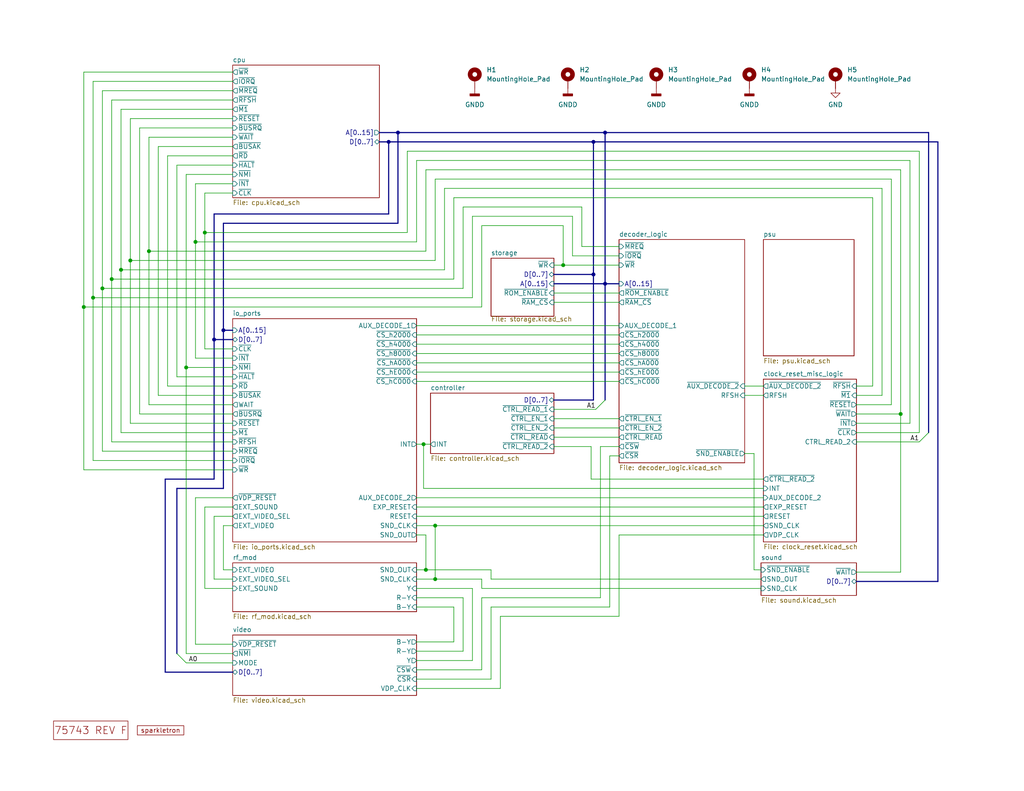
<source format=kicad_sch>
(kicad_sch (version 20230121) (generator eeschema)
  (paper "USLetter")
  (title_block (title "Righteous Tentacle, Colecovision Reverse Engineering Project") (date "2023-06-18") (rev "1.0.0.F") (company "sparkletron") (comment 1 "Jay Convertino") (comment 2 "MIT LICENSE") (comment 3 "PCB: 75743 REV F"))
  (lib_symbols
    (symbol "Mechanical:MountingHole_Pad" (pin_numbers hide) (pin_names (offset 1.016) hide)
      (property "Reference" "H" (at 0 6.35 0))
      (property "Value" "MountingHole_Pad" (at 0 4.445 0))
      (symbol "MountingHole_Pad_0_1"
        (circle (center 0 1.27) (radius 1.27) (stroke (width 1.27)))
      )
      (symbol "MountingHole_Pad_1_1"
        (pin input line (at 0 -2.54 90) (length 2.54) (name "1") (number "1"))
      )
    )
    (symbol "logos:board_rev"
      (symbol "board_rev_0_0"
        (rectangle (start -8.89 1.27) (end 11.43 -3.81))
        (text "75743 REV F" (at 1.27 -1.27 0) (effects (font (size 2 2))))
      )
    )
    (symbol "logos:sparkletron"
      (symbol "sparkletron_0_0"
        (rectangle (start -6.35 1.27) (end 6.35 -1.27))
        (text "sparkletron" (at 0 0 0) (effects (font (size 1.27 1.27))))
      )
    )
    (symbol "power:GND" (power) (pin_names (offset 0))
      (property "Value" "GND" (at 0 -3.81 0))
      (symbol "GND_0_1"
        (polyline (pts (xy 0 0) (xy 0 -1.27) (xy 1.27 -1.27) (xy 0 -2.54) (xy -1.27 -1.27) (xy 0 -1.27)))
      )
      (symbol "GND_1_1"
        (pin power_in line (at 0 0 270) (length 0) hide (name "GND") (number "1"))
      )
    )
    (symbol "power:GNDD" (power) (pin_names (offset 0))
      (property "Value" "GNDD" (at 0 -3.175 0))
      (symbol "GNDD_0_1"
        (rectangle (start -1.27 -1.524) (end 1.27 -2.032) (stroke (width 0.254)) (fill (type outline)))
        (polyline (pts (xy 0 0) (xy 0 -1.524)))
      )
      (symbol "GNDD_1_1"
        (pin power_in line (at 0 0 270) (length 0) hide (name "GNDD") (number "1"))
      )
    )
  )
  (junction (at 115.57 121.285))
  (junction (at 33.02 73.66))
  (junction (at 30.48 76.2))
  (junction (at 108.585 36.195))
  (junction (at 165.1 36.195))
  (junction (at 25.4 81.28))
  (junction (at 165.1 77.47))
  (junction (at 118.745 158.115))
  (junction (at 245.745 113.03))
  (junction (at 35.56 71.12))
  (junction (at 58.42 92.71))
  (junction (at 106.045 38.735))
  (junction (at 60.96 90.17))
  (junction (at 161.925 38.735))
  (junction (at 116.205 155.575))
  (junction (at 27.94 78.74))
  (junction (at 22.86 83.82))
  (junction (at 50.8 100.33))
  (junction (at 153.67 72.39))
  (junction (at 40.64 68.58))
  (junction (at 55.88 63.5))
  (junction (at 53.34 66.04))
  (junction (at 161.925 74.93))
  (junction (at 118.745 143.51))
  (bus_entry (at 165.1 109.22) (size -2.54 2.54))
  (bus_entry (at 253.365 118.11) (size -2.54 2.54))
  (bus_entry (at 48.26 178.435) (size 2.54 2.54))
  (wire (pts (xy 63.5 110.49) (xy 40.64 110.49)))
  (wire (pts (xy 22.86 83.82) (xy 131.445 83.82)))
  (wire (pts (xy 113.665 146.05) (xy 116.205 146.05)))
  (bus (pts (xy 108.585 36.195) (xy 165.1 36.195)))
  (wire (pts (xy 30.48 76.2) (xy 30.48 27.305)))
  (wire (pts (xy 53.34 97.79) (xy 63.5 97.79)))
  (wire (pts (xy 113.665 88.9) (xy 168.91 88.9)))
  (wire (pts (xy 207.645 160.655) (xy 131.445 160.655)))
  (wire (pts (xy 40.64 68.58) (xy 116.205 68.58)))
  (wire (pts (xy 22.86 19.685) (xy 22.86 83.82)))
  (wire (pts (xy 113.665 96.52) (xy 168.91 96.52)))
  (wire (pts (xy 250.825 118.11) (xy 250.825 41.275)))
  (wire (pts (xy 55.88 63.5) (xy 111.125 63.5)))
  (wire (pts (xy 40.64 37.465) (xy 63.5 37.465)))
  (wire (pts (xy 131.445 160.655) (xy 131.445 158.115)))
  (bus (pts (xy 253.365 36.195) (xy 253.365 118.11)))
  (wire (pts (xy 48.26 45.085) (xy 63.5 45.085)))
  (wire (pts (xy 35.56 71.12) (xy 118.745 71.12)))
  (wire (pts (xy 123.825 175.26) (xy 113.665 175.26)))
  (wire (pts (xy 151.13 116.84) (xy 168.91 116.84)))
  (bus (pts (xy 60.96 90.17) (xy 60.96 60.96)))
  (wire (pts (xy 40.64 68.58) (xy 40.64 110.49)))
  (wire (pts (xy 33.02 29.845) (xy 33.02 73.66)))
  (wire (pts (xy 121.285 73.66) (xy 121.285 51.435)))
  (wire (pts (xy 126.365 163.195) (xy 126.365 177.8)))
  (wire (pts (xy 113.665 160.655) (xy 128.905 160.655)))
  (wire (pts (xy 151.13 119.38) (xy 168.91 119.38)))
  (wire (pts (xy 158.75 56.515) (xy 158.75 67.31)))
  (wire (pts (xy 63.5 32.385) (xy 35.56 32.385)))
  (wire (pts (xy 55.88 52.705) (xy 63.5 52.705)))
  (wire (pts (xy 33.02 73.66) (xy 33.02 118.11)))
  (wire (pts (xy 113.665 140.97) (xy 208.28 140.97)))
  (wire (pts (xy 113.665 99.06) (xy 168.91 99.06)))
  (wire (pts (xy 63.5 105.41) (xy 45.72 105.41)))
  (wire (pts (xy 133.985 158.115) (xy 133.985 155.575)))
  (wire (pts (xy 238.125 105.41) (xy 238.125 53.975)))
  (wire (pts (xy 48.26 45.085) (xy 48.26 102.87)))
  (wire (pts (xy 123.825 76.2) (xy 123.825 53.975)))
  (wire (pts (xy 27.94 24.765) (xy 27.94 78.74)))
  (wire (pts (xy 55.88 52.705) (xy 55.88 63.5)))
  (bus (pts (xy 103.505 36.195) (xy 108.585 36.195)))
  (wire (pts (xy 63.5 160.655) (xy 55.88 160.655)))
  (wire (pts (xy 156.21 69.85) (xy 156.21 59.055)))
  (wire (pts (xy 27.94 78.74) (xy 27.94 123.19)))
  (wire (pts (xy 113.665 91.44) (xy 168.91 91.44)))
  (wire (pts (xy 63.5 120.65) (xy 30.48 120.65)))
  (wire (pts (xy 63.5 125.73) (xy 25.4 125.73)))
  (wire (pts (xy 55.88 95.25) (xy 63.5 95.25)))
  (bus (pts (xy 60.96 60.96) (xy 108.585 60.96)))
  (wire (pts (xy 113.665 158.115) (xy 118.745 158.115)))
  (bus (pts (xy 161.925 109.22) (xy 151.13 109.22)))
  (wire (pts (xy 60.96 155.575) (xy 63.5 155.575)))
  (wire (pts (xy 33.02 118.11) (xy 63.5 118.11)))
  (bus (pts (xy 58.42 58.42) (xy 58.42 92.71)))
  (wire (pts (xy 168.91 67.31) (xy 158.75 67.31)))
  (wire (pts (xy 126.365 56.515) (xy 158.75 56.515)))
  (wire (pts (xy 63.5 143.51) (xy 60.96 143.51)))
  (wire (pts (xy 131.445 83.82) (xy 131.445 61.595)))
  (wire (pts (xy 233.68 156.21) (xy 245.745 156.21)))
  (wire (pts (xy 133.985 155.575) (xy 116.205 155.575)))
  (wire (pts (xy 63.5 135.89) (xy 53.34 135.89)))
  (wire (pts (xy 151.13 111.76) (xy 162.56 111.76)))
  (wire (pts (xy 111.125 41.275) (xy 250.825 41.275)))
  (wire (pts (xy 131.445 158.115) (xy 118.745 158.115)))
  (wire (pts (xy 50.8 47.625) (xy 63.5 47.625)))
  (wire (pts (xy 63.5 19.685) (xy 22.86 19.685)))
  (wire (pts (xy 151.13 82.55) (xy 168.91 82.55)))
  (wire (pts (xy 63.5 107.95) (xy 43.18 107.95)))
  (bus (pts (xy 233.68 158.75) (xy 255.905 158.75)))
  (wire (pts (xy 113.665 66.04) (xy 113.665 43.815)))
  (bus (pts (xy 161.925 38.735) (xy 255.905 38.735)))
  (wire (pts (xy 63.5 140.97) (xy 58.42 140.97)))
  (wire (pts (xy 50.8 47.625) (xy 50.8 100.33)))
  (wire (pts (xy 115.57 133.35) (xy 208.28 133.35)))
  (wire (pts (xy 58.42 140.97) (xy 58.42 158.115)))
  (wire (pts (xy 166.37 124.46) (xy 168.91 124.46)))
  (bus (pts (xy 103.505 38.735) (xy 106.045 38.735)))
  (wire (pts (xy 233.68 105.41) (xy 238.125 105.41)))
  (wire (pts (xy 118.745 48.895) (xy 243.205 48.895)))
  (wire (pts (xy 55.88 63.5) (xy 55.88 95.25)))
  (wire (pts (xy 163.83 163.195) (xy 163.83 121.92)))
  (wire (pts (xy 55.88 138.43) (xy 55.88 160.655)))
  (wire (pts (xy 25.4 81.28) (xy 25.4 22.225)))
  (wire (pts (xy 166.37 124.46) (xy 166.37 165.735)))
  (wire (pts (xy 53.34 135.89) (xy 53.34 175.895)))
  (wire (pts (xy 116.205 46.355) (xy 245.745 46.355)))
  (bus (pts (xy 165.1 36.195) (xy 165.1 77.47)))
  (bus (pts (xy 45.085 130.81) (xy 45.085 183.515)))
  (wire (pts (xy 240.665 51.435) (xy 240.665 107.95)))
  (wire (pts (xy 133.985 165.735) (xy 133.985 185.42)))
  (wire (pts (xy 245.745 46.355) (xy 245.745 113.03)))
  (bus (pts (xy 165.1 77.47) (xy 168.91 77.47)))
  (wire (pts (xy 161.29 130.81) (xy 208.28 130.81)))
  (bus (pts (xy 45.085 183.515) (xy 63.5 183.515)))
  (wire (pts (xy 233.68 110.49) (xy 243.205 110.49)))
  (wire (pts (xy 115.57 121.285) (xy 117.475 121.285)))
  (wire (pts (xy 245.745 113.03) (xy 245.745 156.21)))
  (bus (pts (xy 108.585 36.195) (xy 108.585 60.96)))
  (wire (pts (xy 151.13 114.3) (xy 168.91 114.3)))
  (bus (pts (xy 106.045 58.42) (xy 58.42 58.42)))
  (wire (pts (xy 113.665 135.89) (xy 208.28 135.89)))
  (wire (pts (xy 121.285 51.435) (xy 240.665 51.435)))
  (wire (pts (xy 111.125 63.5) (xy 111.125 41.275)))
  (wire (pts (xy 60.96 143.51) (xy 60.96 155.575)))
  (wire (pts (xy 113.665 163.195) (xy 126.365 163.195)))
  (wire (pts (xy 131.445 182.88) (xy 131.445 163.195)))
  (wire (pts (xy 58.42 158.115) (xy 63.5 158.115)))
  (bus (pts (xy 165.1 77.47) (xy 165.1 109.22)))
  (wire (pts (xy 136.525 168.275) (xy 168.91 168.275)))
  (wire (pts (xy 208.28 146.05) (xy 168.91 146.05)))
  (bus (pts (xy 48.26 178.435) (xy 48.26 133.35)))
  (wire (pts (xy 53.34 66.04) (xy 113.665 66.04)))
  (bus (pts (xy 60.96 90.17) (xy 63.5 90.17)))
  (wire (pts (xy 50.8 178.435) (xy 63.5 178.435)))
  (wire (pts (xy 133.985 185.42) (xy 113.665 185.42)))
  (wire (pts (xy 233.68 107.95) (xy 240.665 107.95)))
  (wire (pts (xy 113.665 101.6) (xy 168.91 101.6)))
  (wire (pts (xy 25.4 81.28) (xy 128.905 81.28)))
  (wire (pts (xy 113.665 93.98) (xy 168.91 93.98)))
  (wire (pts (xy 53.34 175.895) (xy 63.5 175.895)))
  (wire (pts (xy 30.48 76.2) (xy 30.48 120.65)))
  (wire (pts (xy 40.64 68.58) (xy 40.64 37.465)))
  (wire (pts (xy 233.68 118.11) (xy 250.825 118.11)))
  (wire (pts (xy 156.21 69.85) (xy 168.91 69.85)))
  (wire (pts (xy 153.67 72.39) (xy 168.91 72.39)))
  (wire (pts (xy 166.37 165.735) (xy 133.985 165.735)))
  (wire (pts (xy 115.57 121.285) (xy 115.57 133.35)))
  (wire (pts (xy 136.525 187.96) (xy 136.525 168.275)))
  (bus (pts (xy 60.96 90.17) (xy 60.96 133.35)))
  (wire (pts (xy 128.905 59.055) (xy 128.905 81.28)))
  (wire (pts (xy 118.745 143.51) (xy 208.28 143.51)))
  (wire (pts (xy 113.665 43.815) (xy 248.285 43.815)))
  (wire (pts (xy 116.205 68.58) (xy 116.205 46.355)))
  (wire (pts (xy 243.205 110.49) (xy 243.205 48.895)))
  (wire (pts (xy 168.91 168.275) (xy 168.91 146.05)))
  (wire (pts (xy 30.48 27.305) (xy 63.5 27.305)))
  (wire (pts (xy 43.18 107.95) (xy 43.18 40.005)))
  (wire (pts (xy 118.745 71.12) (xy 118.745 48.895)))
  (wire (pts (xy 233.68 113.03) (xy 245.745 113.03)))
  (wire (pts (xy 113.665 121.285) (xy 115.57 121.285)))
  (wire (pts (xy 25.4 22.225) (xy 63.5 22.225)))
  (wire (pts (xy 53.34 50.165) (xy 63.5 50.165)))
  (wire (pts (xy 113.665 104.14) (xy 168.91 104.14)))
  (wire (pts (xy 233.68 120.65) (xy 250.825 120.65)))
  (bus (pts (xy 45.085 130.81) (xy 58.42 130.81)))
  (wire (pts (xy 118.745 143.51) (xy 118.745 158.115)))
  (wire (pts (xy 207.645 158.115) (xy 133.985 158.115)))
  (wire (pts (xy 25.4 125.73) (xy 25.4 81.28)))
  (wire (pts (xy 151.13 72.39) (xy 153.67 72.39)))
  (wire (pts (xy 30.48 76.2) (xy 123.825 76.2)))
  (wire (pts (xy 113.665 138.43) (xy 208.28 138.43)))
  (wire (pts (xy 48.26 102.87) (xy 63.5 102.87)))
  (wire (pts (xy 53.34 66.04) (xy 53.34 97.79)))
  (wire (pts (xy 38.1 113.03) (xy 38.1 34.925)))
  (wire (pts (xy 123.825 53.975) (xy 238.125 53.975)))
  (wire (pts (xy 33.02 73.66) (xy 121.285 73.66)))
  (wire (pts (xy 168.91 121.92) (xy 163.83 121.92)))
  (bus (pts (xy 106.045 38.735) (xy 106.045 58.42)))
  (wire (pts (xy 116.205 146.05) (xy 116.205 155.575)))
  (wire (pts (xy 113.665 165.735) (xy 123.825 165.735)))
  (wire (pts (xy 205.74 155.575) (xy 207.645 155.575)))
  (wire (pts (xy 113.665 177.8) (xy 126.365 177.8)))
  (wire (pts (xy 126.365 78.74) (xy 126.365 56.515)))
  (wire (pts (xy 63.5 113.03) (xy 38.1 113.03)))
  (wire (pts (xy 50.8 180.975) (xy 63.5 180.975)))
  (wire (pts (xy 50.8 100.33) (xy 50.8 178.435)))
  (bus (pts (xy 161.925 38.735) (xy 161.925 74.93)))
  (wire (pts (xy 45.72 42.545) (xy 63.5 42.545)))
  (wire (pts (xy 153.67 61.595) (xy 153.67 72.39)))
  (bus (pts (xy 48.26 133.35) (xy 60.96 133.35)))
  (wire (pts (xy 128.905 160.655) (xy 128.905 180.34)))
  (wire (pts (xy 203.2 105.41) (xy 208.28 105.41)))
  (wire (pts (xy 151.13 80.01) (xy 168.91 80.01)))
  (wire (pts (xy 63.5 24.765) (xy 27.94 24.765)))
  (wire (pts (xy 113.665 187.96) (xy 136.525 187.96)))
  (wire (pts (xy 45.72 105.41) (xy 45.72 42.545)))
  (wire (pts (xy 248.285 115.57) (xy 248.285 43.815)))
  (wire (pts (xy 50.8 100.33) (xy 63.5 100.33)))
  (wire (pts (xy 233.68 115.57) (xy 248.285 115.57)))
  (wire (pts (xy 22.86 83.82) (xy 22.86 128.27)))
  (wire (pts (xy 38.1 34.925) (xy 63.5 34.925)))
  (wire (pts (xy 35.56 32.385) (xy 35.56 71.12)))
  (wire (pts (xy 63.5 115.57) (xy 35.56 115.57)))
  (wire (pts (xy 53.34 50.165) (xy 53.34 66.04)))
  (bus (pts (xy 165.1 36.195) (xy 253.365 36.195)))
  (wire (pts (xy 27.94 78.74) (xy 126.365 78.74)))
  (wire (pts (xy 203.2 123.825) (xy 205.74 123.825)))
  (bus (pts (xy 58.42 92.71) (xy 63.5 92.71)))
  (wire (pts (xy 113.665 143.51) (xy 118.745 143.51)))
  (wire (pts (xy 63.5 29.845) (xy 33.02 29.845)))
  (wire (pts (xy 35.56 71.12) (xy 35.56 115.57)))
  (wire (pts (xy 161.29 121.92) (xy 151.13 121.92)))
  (wire (pts (xy 161.29 130.81) (xy 161.29 121.92)))
  (wire (pts (xy 205.74 123.825) (xy 205.74 155.575)))
  (wire (pts (xy 131.445 61.595) (xy 153.67 61.595)))
  (wire (pts (xy 156.21 59.055) (xy 128.905 59.055)))
  (wire (pts (xy 43.18 40.005) (xy 63.5 40.005)))
  (wire (pts (xy 113.665 155.575) (xy 116.205 155.575)))
  (wire (pts (xy 131.445 163.195) (xy 163.83 163.195)))
  (bus (pts (xy 151.13 77.47) (xy 165.1 77.47)))
  (wire (pts (xy 63.5 138.43) (xy 55.88 138.43)))
  (bus (pts (xy 161.925 74.93) (xy 161.925 109.22)))
  (bus (pts (xy 58.42 92.71) (xy 58.42 130.81)))
  (bus (pts (xy 151.13 74.93) (xy 161.925 74.93)))
  (wire (pts (xy 22.86 128.27) (xy 63.5 128.27)))
  (wire (pts (xy 113.665 180.34) (xy 128.905 180.34)))
  (bus (pts (xy 255.905 38.735) (xy 255.905 158.75)))
  (wire (pts (xy 113.665 182.88) (xy 131.445 182.88)))
  (wire (pts (xy 27.94 123.19) (xy 63.5 123.19)))
  (wire (pts (xy 203.2 107.95) (xy 208.28 107.95)))
  (bus (pts (xy 106.045 38.735) (xy 161.925 38.735)))
  (wire (pts (xy 123.825 165.735) (xy 123.825 175.26)))
  (label "A0" (at 51.435 180.975 0))
  (label "A1" (at 162.56 111.76 180))
  (label "A1" (at 250.825 120.65 180))
  (symbol (lib_id "power:GND") (at 227.965 24.13 0) (unit 1)
    (property "Reference" "#PWR05" (effects hide))
    (property "Value" "GND" (at 227.965 28.575 0))
  )
  (symbol (lib_id "Mechanical:MountingHole_Pad") (at 227.965 21.59 0) (unit 1)
    (property "Reference" "H5" (at 231.14 19.0499 0) (effects (justify left)))
    (property "Value" "MountingHole_Pad" (at 231.14 21.5899 0) (effects (justify left)))
    (property "Footprint" "mount_points:MountingHole_7mm_M7" (effects hide))
  )
  (symbol (lib_id "power:GNDD") (at 204.47 24.13 0) (unit 1)
    (property "Reference" "#PWR04" (effects hide))
    (property "Value" "GNDD" (at 204.47 28.575 0))
  )
  (symbol (lib_id "Mechanical:MountingHole_Pad") (at 154.94 21.59 0) (unit 1)
    (property "Reference" "H2" (at 158.115 19.0499 0) (effects (justify left)))
    (property "Value" "MountingHole_Pad" (at 158.115 21.5899 0) (effects (justify left)))
    (property "Footprint" "mount_points:MountingHole_7mm_M7" (effects hide))
  )
  (symbol (lib_id "power:GNDD") (at 179.07 24.13 0) (unit 1)
    (property "Reference" "#PWR03" (effects hide))
    (property "Value" "GNDD" (at 179.07 28.575 0))
  )
  (symbol (lib_id "power:GNDD") (at 154.94 24.13 0) (unit 1)
    (property "Reference" "#PWR02" (effects hide))
    (property "Value" "GNDD" (at 154.94 28.575 0))
  )
  (symbol (lib_id "Mechanical:MountingHole_Pad") (at 204.47 21.59 0) (unit 1)
    (property "Reference" "H4" (at 207.645 19.0499 0) (effects (justify left)))
    (property "Value" "MountingHole_Pad" (at 207.645 21.5899 0) (effects (justify left)))
    (property "Footprint" "mount_points:MountingHole_7mm_M7" (effects hide))
  )
  (symbol (lib_id "Mechanical:MountingHole_Pad") (at 129.54 21.59 0) (unit 1)
    (property "Reference" "H1" (at 132.715 19.0499 0) (effects (justify left)))
    (property "Value" "MountingHole_Pad" (at 132.715 21.5899 0) (effects (justify left)))
    (property "Footprint" "mount_points:MountingHole_7mm_M7" (effects hide))
  )
  (symbol (lib_id "Mechanical:MountingHole_Pad") (at 179.07 21.59 0) (unit 1)
    (property "Reference" "H3" (at 182.245 19.0499 0) (effects (justify left)))
    (property "Value" "MountingHole_Pad" (at 182.245 21.5899 0) (effects (justify left)))
    (property "Footprint" "mount_points:MountingHole_7mm_M7" (effects hide))
  )
  (symbol (lib_id "power:GNDD") (at 129.54 24.13 0) (unit 1)
    (property "Reference" "#PWR01" (effects hide))
    (property "Value" "GNDD" (at 129.54 28.575 0))
  )
  (symbol (lib_id "logos:sparkletron") (at 43.815 199.39 0) (unit 1)
    (property "Reference" "S4" (effects hide))
    (property "Value" "sparkletron" (effects hide))
    (property "Footprint" "logos:sparkletron" (effects hide))
  )
  (symbol (lib_id "logos:board_rev") (at 23.495 198.12 0) (unit 1)
    (property "Reference" "S3" (effects hide))
    (property "Value" "board_rev" (effects hide))
    (property "Footprint" "logos:board_revision" (effects hide))
  )
  (sheet (at 63.5 17.78) (size 40.005 36.195)
    (property "Sheetname" "cpu" (at 63.5 17.0684 0) (effects (justify left bottom)))
    (property "Sheetfile" "cpu.kicad_sch" (at 63.5 54.5596 0) (effects (justify left top)))
    (pin "D[0..7]" bidirectional (at 103.505 38.735 0))
    (pin "A[0..15]" output (at 103.505 36.195 0))
    (pin "~{CLK}" input (at 63.5 52.705 180))
    (pin "~{INT}" input (at 63.5 50.165 180))
    (pin "~{NMI}" input (at 63.5 47.625 180))
    (pin "~{HALT}" input (at 63.5 45.085 180))
    (pin "~{MREQ}" output (at 63.5 24.765 180))
    (pin "~{IORQ}" output (at 63.5 22.225 180))
    (pin "~{RD}" output (at 63.5 42.545 180))
    (pin "~{WR}" output (at 63.5 19.685 180))
    (pin "~{BUSAK}" output (at 63.5 40.005 180))
    (pin "~{WAIT}" input (at 63.5 37.465 180))
    (pin "~{BUSRQ}" input (at 63.5 34.925 180))
    (pin "~{RESET}" input (at 63.5 32.385 180))
    (pin "~{M1}" output (at 63.5 29.845 180))
    (pin "~{RFSH}" output (at 63.5 27.305 180))
  )
  (sheet (at 207.645 153.67) (size 26.035 8.89)
    (property "Sheetname" "sound" (at 207.645 152.9584 0) (effects (justify left bottom)))
    (property "Sheetfile" "sound.kicad_sch" (at 207.645 163.1446 0) (effects (justify left top)))
    (pin "D[0..7]" bidirectional (at 233.68 158.75 0))
    (pin "~{WAIT}" output (at 233.68 156.21 0))
    (pin "~{SND_ENABLE}" input (at 207.645 155.575 180))
    (pin "SND_OUT" output (at 207.645 158.115 180))
    (pin "SND_CLK" input (at 207.645 160.655 180))
  )
  (sheet (at 63.5 173.355) (size 50.165 16.51)
    (property "Sheetname" "video" (at 63.5 172.6434 0) (effects (justify left bottom)))
    (property "Sheetfile" "video.kicad_sch" (at 63.5 190.4496 0) (effects (justify left top)))
    (pin "D[0..7]" bidirectional (at 63.5 183.515 180))
    (pin "~{NMI}" output (at 63.5 178.435 180))
    (pin "~{CSR}" input (at 113.665 185.42 0))
    (pin "~{CSW}" input (at 113.665 182.88 0))
    (pin "~{VDP_RESET}" input (at 63.5 175.895 180))
    (pin "VDP_CLK" input (at 113.665 187.96 0))
    (pin "B-Y" output (at 113.665 175.26 0))
    (pin "R-Y" output (at 113.665 177.8 0))
    (pin "Y" output (at 113.665 180.34 0))
    (pin "MODE" input (at 63.5 180.975 180))
  )
  (sheet (at 208.28 65.405) (size 24.765 31.75)
    (property "Sheetname" "psu" (at 208.28 64.6934 0) (effects (justify left bottom)))
    (property "Sheetfile" "psu.kicad_sch" (at 208.28 97.79 0) (effects (justify left top)))
  )
  (sheet (at 133.985 70.485) (size 17.145 15.875)
    (property "Sheetname" "storage" (at 133.985 69.7734 0) (effects (justify left bottom)))
    (property "Sheetfile" "storage.kicad_sch" (at 133.985 86.36 0) (effects (justify left top)))
    (pin "D[0..7]" bidirectional (at 151.13 74.93 0))
    (pin "A[0..15]" input (at 151.13 77.47 0))
    (pin "~{WR}" input (at 151.13 72.39 0))
    (pin "~{ROM_ENABLE}" input (at 151.13 80.01 0))
    (pin "~{RAM_CS}" input (at 151.13 82.55 0))
  )
  (sheet (at 208.28 103.505) (size 25.4 44.45)
    (property "Sheetname" "clock_reset_misc_logic" (at 208.28 102.7934 0) (effects (justify left bottom)))
    (property "Sheetfile" "clock_reset.kicad_sch" (at 208.28 148.5396 0) (effects (justify left top)))
    (pin "~{CLK}" output (at 233.68 118.11 0))
    (pin "~{INT}" output (at 233.68 115.57 0))
    (pin "~{WAIT}" output (at 233.68 113.03 0))
    (pin "~{RESET}" output (at 233.68 110.49 0))
    (pin "~{M1}" input (at 233.68 107.95 0))
    (pin "~{RFSH}" input (at 233.68 105.41 0))
    (pin "RFSH" output (at 208.28 107.95 180))
    (pin "VDP_CLK" output (at 208.28 146.05 180))
    (pin "SND_CLK" output (at 208.28 143.51 180))
    (pin "INT" input (at 208.28 133.35 180))
    (pin "RESET" output (at 208.28 140.97 180))
    (pin "EXP_RESET" output (at 208.28 138.43 180))
    (pin "AUX_DECODE_2" input (at 208.28 135.89 180))
    (pin "~{AUX_DECODE_2}" output (at 208.28 105.41 180))
    (pin "~{CTRL_READ_2}" output (at 208.28 130.81 180))
    (pin "CTRL_READ_2" input (at 233.68 120.65 0))
  )
  (sheet (at 117.475 107.315) (size 33.655 16.51) (stroke (width 0.1524))
    (property "Sheetname" "controller" (at 117.475 106.6034 0) (effects (justify left bottom)))
    (property "Sheetfile" "controller.kicad_sch" (at 117.475 124.4096 0) (effects (justify left top)))
    (pin "D[0..7]" bidirectional (at 151.13 109.22 0))
    (pin "INT" output (at 117.475 121.285 180))
    (pin "~{CTRL_EN_2}" input (at 151.13 116.84 0))
    (pin "~{CTRL_EN_1}" input (at 151.13 114.3 0))
    (pin "~{CTRL_READ}" input (at 151.13 119.38 0))
    (pin "~{CTRL_READ_1}" input (at 151.13 111.76 0))
    (pin "~{CTRL_READ_2}" input (at 151.13 121.92 0))
  )
  (sheet (at 168.91 65.405) (size 34.29 60.96) (stroke (width 0.1524))
    (property "Sheetname" "decoder_logic" (at 168.91 64.6934 0) (effects (justify left bottom)))
    (property "Sheetfile" "decoder_logic.kicad_sch" (at 168.91 126.9496 0) (effects (justify left top)))
    (pin "A[0..15]" input (at 168.91 77.47 180))
    (pin "~{MREQ}" input (at 168.91 67.31 180))
    (pin "~{IORQ}" input (at 168.91 69.85 180))
    (pin "~{WR}" input (at 168.91 72.39 180))
    (pin "RFSH" input (at 203.2 107.95 0))
    (pin "~{SND_ENABLE}" output (at 203.2 123.825 0))
    (pin "~{CSR}" output (at 168.91 124.46 180))
    (pin "~{CSW}" output (at 168.91 121.92 180))
    (pin "~{ROM_ENABLE}" output (at 168.91 80.01 180))
    (pin "~{RAM_CS}" output (at 168.91 82.55 180))
    (pin "~{CS_h8000}" output (at 168.91 96.52 180))
    (pin "~{CS_hA000}" output (at 168.91 99.06 180))
    (pin "~{CS_hC000}" output (at 168.91 104.14 180))
    (pin "~{CS_hE000}" output (at 168.91 101.6 180))
    (pin "~{CS_h4000}" output (at 168.91 93.98 180))
    (pin "~{CS_h2000}" output (at 168.91 91.44 180))
    (pin "AUX_DECODE_1" input (at 168.91 88.9 180))
    (pin "~{AUX_DECODE_2}" input (at 203.2 105.41 0))
    (pin "~{CTRL_EN_2}" output (at 168.91 116.84 180))
    (pin "~{CTRL_EN_1}" output (at 168.91 114.3 180))
    (pin "~{CTRL_READ}" output (at 168.91 119.38 180))
  )
  (sheet (at 63.5 153.67) (size 50.165 13.335) (stroke (width 0.1524))
    (property "Sheetname" "rf_mod" (at 63.5 152.9584 0) (effects (justify left bottom)))
    (property "Sheetfile" "rf_mod.kicad_sch" (at 63.5 167.5896 0) (effects (justify left top)))
    (pin "SND_OUT" input (at 113.665 155.575 0))
    (pin "SND_CLK" input (at 113.665 158.115 0))
    (pin "Y" input (at 113.665 160.655 0))
    (pin "B-Y" input (at 113.665 165.735 0))
    (pin "R-Y" input (at 113.665 163.195 0))
    (pin "EXT_VIDEO" input (at 63.5 155.575 180))
    (pin "EXT_SOUND" input (at 63.5 160.655 180))
    (pin "EXT_VIDEO_SEL" input (at 63.5 158.115 180))
  )
  (sheet (at 63.5 86.995) (size 50.165 60.96) (stroke (width 0.1524))
    (property "Sheetname" "io_ports" (at 63.5 86.2834 0) (effects (justify left bottom)))
    (property "Sheetfile" "io_ports.kicad_sch" (at 63.5 148.59 0) (effects (justify left top)))
    (pin "~{CLK}" input (at 63.5 95.25 180))
    (pin "D[0..7]" bidirectional (at 63.5 92.71 180))
    (pin "A[0..15]" input (at 63.5 90.17 180))
    (pin "~{INT}" input (at 63.5 97.79 180))
    (pin "~{NMI}" input (at 63.5 100.33 180))
    (pin "~{HALT}" input (at 63.5 102.87 180))
    (pin "~{MREQ}" input (at 63.5 123.19 180))
    (pin "~{RD}" input (at 63.5 105.41 180))
    (pin "~{WR}" input (at 63.5 128.27 180))
    (pin "~{BUSAK}" input (at 63.5 107.95 180))
    (pin "WAIT" output (at 63.5 110.49 180))
    (pin "~{BUSRQ}" output (at 63.5 113.03 180))
    (pin "~{RESET}" input (at 63.5 115.57 180))
    (pin "~{M1}" input (at 63.5 118.11 180))
    (pin "~{RFSH}" input (at 63.5 120.65 180))
    (pin "SND_OUT" output (at 113.665 146.05 0))
    (pin "~{VDP_RESET}" output (at 63.5 135.89 180))
    (pin "INT" output (at 113.665 121.285 0))
    (pin "RESET" input (at 113.665 140.97 0))
    (pin "EXP_RESET" input (at 113.665 138.43 0))
    (pin "SND_CLK" input (at 113.665 143.51 0))
    (pin "~{CS_h8000}" input (at 113.665 96.52 0))
    (pin "~{CS_hA000}" input (at 113.665 99.06 0))
    (pin "~{CS_hE000}" input (at 113.665 101.6 0))
    (pin "~{CS_hC000}" input (at 113.665 104.14 0))
    (pin "~{CS_h2000}" input (at 113.665 91.44 0))
    (pin "~{CS_h4000}" input (at 113.665 93.98 0))
    (pin "AUX_DECODE_1" output (at 113.665 88.9 0))
    (pin "AUX_DECODE_2" output (at 113.665 135.89 0))
    (pin "EXT_VIDEO" output (at 63.5 143.51 180))
    (pin "EXT_SOUND" output (at 63.5 138.43 180))
    (pin "EXT_VIDEO_SEL" output (at 63.5 140.97 180))
    (pin "~{IORQ}" input (at 63.5 125.73 180))
  )
)
</source>
